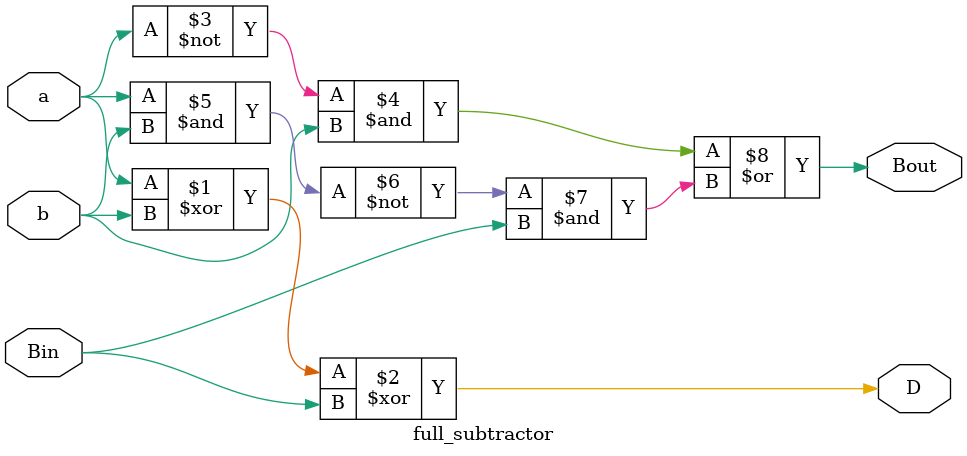
<source format=v>
`timescale 1ns / 1ps


module full_subtractor(input a, b, Bin, output D, Bout);
assign D = a ^ b ^ Bin;
assign Bout = (~a & b) | (~(a & b) & Bin);
endmodule

</source>
